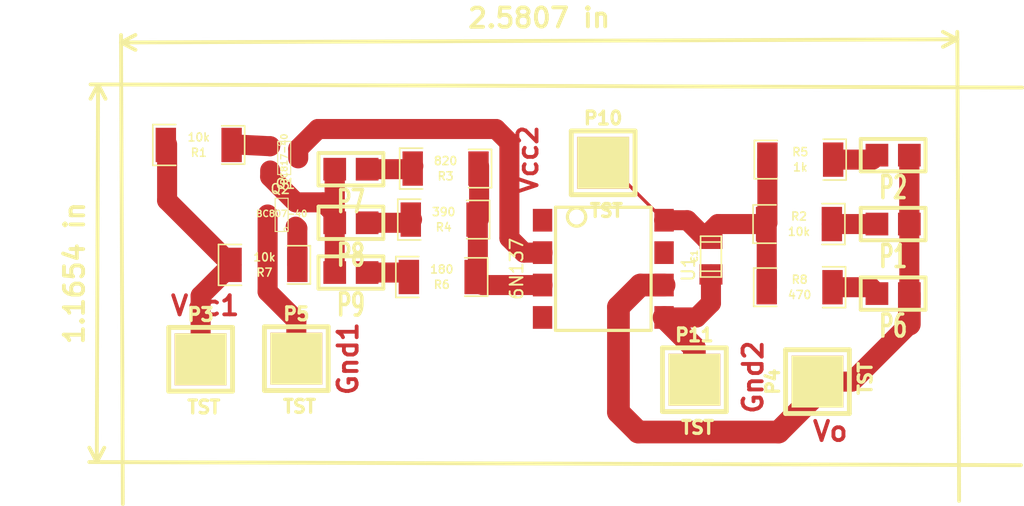
<source format=kicad_pcb>
(kicad_pcb (version 3) (host pcbnew "(2013-07-07 BZR 4022)-stable")

  (general
    (links 30)
    (no_connects 0)
    (area 17.922989 21.747566 89.150001 63.900001)
    (thickness 1.6)
    (drawings 7)
    (tracks 75)
    (zones 0)
    (modules 23)
    (nets 17)
  )

  (page A3)
  (layers
    (15 F.Cu signal)
    (0 B.Cu signal)
    (16 B.Adhes user)
    (17 F.Adhes user)
    (18 B.Paste user)
    (19 F.Paste user)
    (20 B.SilkS user)
    (21 F.SilkS user)
    (22 B.Mask user)
    (23 F.Mask user)
    (24 Dwgs.User user)
    (25 Cmts.User user)
    (26 Eco1.User user)
    (27 Eco2.User user)
    (28 Edge.Cuts user)
  )

  (setup
    (last_trace_width 0.254)
    (user_trace_width 1)
    (user_trace_width 1.57)
    (user_trace_width 1.78)
    (user_trace_width 2)
    (user_trace_width 3)
    (trace_clearance 0.254)
    (zone_clearance 0.508)
    (zone_45_only no)
    (trace_min 0.254)
    (segment_width 0.2)
    (edge_width 0.1)
    (via_size 0.889)
    (via_drill 0.635)
    (via_min_size 0.889)
    (via_min_drill 0.508)
    (uvia_size 0.508)
    (uvia_drill 0.127)
    (uvias_allowed no)
    (uvia_min_size 0.508)
    (uvia_min_drill 0.127)
    (pcb_text_width 0.3)
    (pcb_text_size 1.5 1.5)
    (mod_edge_width 0.25)
    (mod_text_size 1 1)
    (mod_text_width 0.15)
    (pad_size 1.78 1.78)
    (pad_drill 0)
    (pad_to_mask_clearance 0)
    (aux_axis_origin 0 0)
    (visible_elements 7FFFFFFF)
    (pcbplotparams
      (layerselection 3178497)
      (usegerberextensions true)
      (excludeedgelayer true)
      (linewidth 0.150000)
      (plotframeref false)
      (viasonmask false)
      (mode 1)
      (useauxorigin false)
      (hpglpennumber 1)
      (hpglpenspeed 20)
      (hpglpendiameter 15)
      (hpglpenoverlay 2)
      (psnegative false)
      (psa4output false)
      (plotreference true)
      (plotvalue true)
      (plotothertext true)
      (plotinvisibletext false)
      (padsonsilk false)
      (subtractmaskfromsilk false)
      (outputformat 1)
      (mirror false)
      (drillshape 1)
      (scaleselection 1)
      (outputdirectory ""))
  )

  (net 0 "")
  (net 1 /VO)
  (net 2 GND)
  (net 3 GNDPWR)
  (net 4 N-000001)
  (net 5 N-0000011)
  (net 6 N-0000012)
  (net 7 N-0000016)
  (net 8 N-0000017)
  (net 9 N-0000018)
  (net 10 N-000002)
  (net 11 N-000003)
  (net 12 N-000006)
  (net 13 N-000007)
  (net 14 N-000008)
  (net 15 VAA)
  (net 16 VCC)

  (net_class Default "This is the default net class."
    (clearance 0.254)
    (trace_width 0.254)
    (via_dia 0.889)
    (via_drill 0.635)
    (uvia_dia 0.508)
    (uvia_drill 0.127)
    (add_net "")
    (add_net /VO)
    (add_net GND)
    (add_net GNDPWR)
    (add_net N-000001)
    (add_net N-0000011)
    (add_net N-0000012)
    (add_net N-0000016)
    (add_net N-0000017)
    (add_net N-0000018)
    (add_net N-000002)
    (add_net N-000003)
    (add_net N-000006)
    (add_net N-000007)
    (add_net N-000008)
    (add_net VAA)
    (add_net VCC)
  )

  (net_class ancho ""
    (clearance 0.254)
    (trace_width 2)
    (via_dia 0.889)
    (via_drill 0.635)
    (uvia_dia 0.508)
    (uvia_drill 0.127)
  )

  (module SOT23 (layer F.Cu) (tedit 5051A6D7) (tstamp 53161E58)
    (at 34.35 35.4 270)
    (tags SOT23)
    (path /53155AE4)
    (fp_text reference Q1 (at 1.99898 -0.09906 360) (layer F.SilkS)
      (effects (font (size 0.762 0.762) (thickness 0.11938)))
    )
    (fp_text value BC817-40 (at 0.0635 0 270) (layer F.SilkS)
      (effects (font (size 0.50038 0.50038) (thickness 0.09906)))
    )
    (fp_circle (center -1.17602 0.35052) (end -1.30048 0.44958) (layer F.SilkS) (width 0.07874))
    (fp_line (start 1.27 -0.508) (end 1.27 0.508) (layer F.SilkS) (width 0.07874))
    (fp_line (start -1.3335 -0.508) (end -1.3335 0.508) (layer F.SilkS) (width 0.07874))
    (fp_line (start 1.27 0.508) (end -1.3335 0.508) (layer F.SilkS) (width 0.07874))
    (fp_line (start -1.3335 -0.508) (end 1.27 -0.508) (layer F.SilkS) (width 0.07874))
    (pad 3 smd rect (at 0 -1.09982 270) (size 0.8001 1.00076)
      (layers F.Cu F.Paste F.Mask)
      (net 15 VAA)
    )
    (pad 2 smd rect (at 0.9525 1.09982 270) (size 0.8001 1.00076)
      (layers F.Cu F.Paste F.Mask)
      (net 5 N-0000011)
    )
    (pad 1 smd rect (at -0.9525 1.09982 270) (size 0.8001 1.00076)
      (layers F.Cu F.Paste F.Mask)
      (net 11 N-000003)
    )
    (model smd\SOT23_3.wrl
      (at (xyz 0 0 0))
      (scale (xyz 0.4 0.4 0.4))
      (rotate (xyz 0 0 180))
    )
  )

  (module SOT23 (layer F.Cu) (tedit 53162179) (tstamp 53161E64)
    (at 34.15 39.8 90)
    (tags SOT23)
    (path /53155AF3)
    (fp_text reference Q2 (at 1.99898 -0.09906 180) (layer F.SilkS)
      (effects (font (size 0.762 0.762) (thickness 0.11938)))
    )
    (fp_text value BC807-40 (at 0.0635 0 180) (layer F.SilkS)
      (effects (font (size 0.50038 0.50038) (thickness 0.09906)))
    )
    (fp_circle (center -1.17602 0.35052) (end -1.30048 0.44958) (layer F.SilkS) (width 0.07874))
    (fp_line (start 1.27 -0.508) (end 1.27 0.508) (layer F.SilkS) (width 0.07874))
    (fp_line (start -1.3335 -0.508) (end -1.3335 0.508) (layer F.SilkS) (width 0.07874))
    (fp_line (start 1.27 0.508) (end -1.3335 0.508) (layer F.SilkS) (width 0.07874))
    (fp_line (start -1.3335 -0.508) (end 1.27 -0.508) (layer F.SilkS) (width 0.07874))
    (pad 3 smd rect (at 0 -1.09982 90) (size 0.8001 1.00076)
      (layers F.Cu F.Paste F.Mask)
      (net 3 GNDPWR)
    )
    (pad 2 smd rect (at 0.9525 1.09982 90) (size 0.8001 1.00076)
      (layers F.Cu F.Paste F.Mask)
      (net 5 N-0000011)
    )
    (pad 1 smd rect (at -0.9525 1.09982 90) (size 0.8001 1.00076)
      (layers F.Cu F.Paste F.Mask)
      (net 4 N-000001)
    )
    (model smd\SOT23_3.wrl
      (at (xyz 0 0 0))
      (scale (xyz 0.4 0.4 0.4))
      (rotate (xyz 0 0 180))
    )
  )

  (module c_1206 (layer F.Cu) (tedit 490473F0) (tstamp 53161F2F)
    (at 67.8 43.1 90)
    (descr "SMT capacitor, 1206")
    (path /5315FA58)
    (fp_text reference C1 (at 0.0254 -1.2954 90) (layer F.SilkS)
      (effects (font (size 0.50038 0.50038) (thickness 0.11938)))
    )
    (fp_text value 0.1u (at 0 1.27 90) (layer F.SilkS) hide
      (effects (font (size 0.50038 0.50038) (thickness 0.11938)))
    )
    (fp_line (start 1.143 0.8128) (end 1.143 -0.8128) (layer F.SilkS) (width 0.127))
    (fp_line (start -1.143 -0.8128) (end -1.143 0.8128) (layer F.SilkS) (width 0.127))
    (fp_line (start -1.6002 -0.8128) (end -1.6002 0.8128) (layer F.SilkS) (width 0.127))
    (fp_line (start -1.6002 0.8128) (end 1.6002 0.8128) (layer F.SilkS) (width 0.127))
    (fp_line (start 1.6002 0.8128) (end 1.6002 -0.8128) (layer F.SilkS) (width 0.127))
    (fp_line (start 1.6002 -0.8128) (end -1.6002 -0.8128) (layer F.SilkS) (width 0.127))
    (pad 1 smd rect (at 1.397 0 90) (size 1.6002 1.8034)
      (layers F.Cu F.Paste F.Mask)
      (net 16 VCC)
    )
    (pad 2 smd rect (at -1.397 0 90) (size 1.6002 1.8034)
      (layers F.Cu F.Paste F.Mask)
      (net 2 GND)
    )
    (model smd/capacitors/c_1206.wrl
      (at (xyz 0 0 0))
      (scale (xyz 1 1 1))
      (rotate (xyz 0 0 0))
    )
  )

  (module 6N137 (layer F.Cu) (tedit 5315F46D) (tstamp 53161F40)
    (at 54.6 40.25 270)
    (path /53155AC1)
    (fp_text reference U1 (at 3.81 -11.43 270) (layer F.SilkS)
      (effects (font (size 1 1) (thickness 0.15)))
    )
    (fp_text value 6N137 (at 3.81 2.032 270) (layer F.SilkS)
      (effects (font (size 1 1) (thickness 0.15)))
    )
    (fp_circle (center -0.254 -2.667) (end 0.254 -2.159) (layer F.SilkS) (width 0.25))
    (fp_line (start 8.636 -8.509) (end 8.636 -1.016) (layer F.SilkS) (width 0.25))
    (fp_line (start -1.016 -8.509) (end -1.016 -1.016) (layer F.SilkS) (width 0.25))
    (fp_line (start -1.016 -8.509) (end 8.636 -8.509) (layer F.SilkS) (width 0.25))
    (fp_line (start 8.636 -1.016) (end -1.016 -1.016) (layer F.SilkS) (width 0.25))
    (pad 1 smd rect (at 0 0 270) (size 1.78 1.52)
      (layers F.Cu F.Paste F.Mask)
    )
    (pad 2 smd rect (at 2.54 0 270) (size 1.78 1.52)
      (layers F.Cu F.Paste F.Mask)
      (net 15 VAA)
    )
    (pad 3 smd rect (at 5.08 0 270) (size 1.78 1.52)
      (layers F.Cu F.Paste F.Mask)
      (net 9 N-0000018)
    )
    (pad 4 smd rect (at 7.62 0 270) (size 1.78 1.52)
      (layers F.Cu F.Paste F.Mask)
    )
    (pad 5 smd rect (at 7.62 -9.525 270) (size 1.78 1.52)
      (layers F.Cu F.Paste F.Mask)
      (net 2 GND)
    )
    (pad 6 smd rect (at 5.08 -9.525 270) (size 1.78 1.52)
      (layers F.Cu F.Paste F.Mask)
      (net 1 /VO)
    )
    (pad 7 smd rect (at 2.54 -9.525 270) (size 1.78 1.52)
      (layers F.Cu F.Paste F.Mask)
    )
    (pad 8 smd rect (at 0 -9.525 270) (size 1.78 1.52)
      (layers F.Cu F.Paste F.Mask)
      (net 16 VCC)
    )
  )

  (module 2pin_SMD (layer F.Cu) (tedit 53162D86) (tstamp 53168ADC)
    (at 40.85 36.25 180)
    (descr "Connecteurs 2 pins")
    (tags "CONN DEV")
    (path /53155B6A)
    (fp_text reference P7 (at 1.27 -2.54 180) (layer F.SilkS)
      (effects (font (size 1.72974 1.08712) (thickness 0.27178)))
    )
    (fp_text value CONN_2 (at 1.27 2.54 180) (layer F.SilkS) hide
      (effects (font (size 1.524 1.016) (thickness 0.3048)))
    )
    (fp_line (start -1.27 1.27) (end -1.27 -1.27) (layer F.SilkS) (width 0.3048))
    (fp_line (start -1.27 -1.27) (end 3.81 -1.27) (layer F.SilkS) (width 0.3048))
    (fp_line (start 3.81 -1.27) (end 3.81 1.27) (layer F.SilkS) (width 0.3048))
    (fp_line (start 3.81 1.27) (end -1.27 1.27) (layer F.SilkS) (width 0.3048))
    (pad 1 smd rect (at 0 0 180) (size 1.78 1.78)
      (layers F.Cu F.Paste F.Mask)
      (net 7 N-0000016)
    )
    (pad 2 smd rect (at 2.54 0 180) (size 1.78 1.78)
      (layers F.Cu F.Paste F.Mask)
      (net 5 N-0000011)
    )
  )

  (module 2pin_SMD (layer F.Cu) (tedit 53162D86) (tstamp 53168AE6)
    (at 40.85 40.45 180)
    (descr "Connecteurs 2 pins")
    (tags "CONN DEV")
    (path /53155B81)
    (fp_text reference P8 (at 1.27 -2.54 180) (layer F.SilkS)
      (effects (font (size 1.72974 1.08712) (thickness 0.27178)))
    )
    (fp_text value CONN_2 (at 1.27 2.54 180) (layer F.SilkS) hide
      (effects (font (size 1.524 1.016) (thickness 0.3048)))
    )
    (fp_line (start -1.27 1.27) (end -1.27 -1.27) (layer F.SilkS) (width 0.3048))
    (fp_line (start -1.27 -1.27) (end 3.81 -1.27) (layer F.SilkS) (width 0.3048))
    (fp_line (start 3.81 -1.27) (end 3.81 1.27) (layer F.SilkS) (width 0.3048))
    (fp_line (start 3.81 1.27) (end -1.27 1.27) (layer F.SilkS) (width 0.3048))
    (pad 1 smd rect (at 0 0 180) (size 1.78 1.78)
      (layers F.Cu F.Paste F.Mask)
      (net 6 N-0000012)
    )
    (pad 2 smd rect (at 2.54 0 180) (size 1.78 1.78)
      (layers F.Cu F.Paste F.Mask)
      (net 5 N-0000011)
    )
  )

  (module 2pin_SMD (layer F.Cu) (tedit 53162D86) (tstamp 53168AF0)
    (at 40.85 44.35 180)
    (descr "Connecteurs 2 pins")
    (tags "CONN DEV")
    (path /53155B87)
    (fp_text reference P9 (at 1.27 -2.54 180) (layer F.SilkS)
      (effects (font (size 1.72974 1.08712) (thickness 0.27178)))
    )
    (fp_text value CONN_2 (at 1.27 2.54 180) (layer F.SilkS) hide
      (effects (font (size 1.524 1.016) (thickness 0.3048)))
    )
    (fp_line (start -1.27 1.27) (end -1.27 -1.27) (layer F.SilkS) (width 0.3048))
    (fp_line (start -1.27 -1.27) (end 3.81 -1.27) (layer F.SilkS) (width 0.3048))
    (fp_line (start 3.81 -1.27) (end 3.81 1.27) (layer F.SilkS) (width 0.3048))
    (fp_line (start 3.81 1.27) (end -1.27 1.27) (layer F.SilkS) (width 0.3048))
    (pad 1 smd rect (at 0 0 180) (size 1.78 1.78)
      (layers F.Cu F.Paste F.Mask)
      (net 8 N-0000017)
    )
    (pad 2 smd rect (at 2.54 0 180) (size 1.78 1.78)
      (layers F.Cu F.Paste F.Mask)
      (net 5 N-0000011)
    )
  )

  (module 2pin_SMD (layer F.Cu) (tedit 53162D86) (tstamp 53168AFA)
    (at 83.35 40.55 180)
    (descr "Connecteurs 2 pins")
    (tags "CONN DEV")
    (path /53155DFF)
    (fp_text reference P1 (at 1.27 -2.54 180) (layer F.SilkS)
      (effects (font (size 1.72974 1.08712) (thickness 0.27178)))
    )
    (fp_text value CONN_2 (at 1.27 2.54 180) (layer F.SilkS) hide
      (effects (font (size 1.524 1.016) (thickness 0.3048)))
    )
    (fp_line (start -1.27 1.27) (end -1.27 -1.27) (layer F.SilkS) (width 0.3048))
    (fp_line (start -1.27 -1.27) (end 3.81 -1.27) (layer F.SilkS) (width 0.3048))
    (fp_line (start 3.81 -1.27) (end 3.81 1.27) (layer F.SilkS) (width 0.3048))
    (fp_line (start 3.81 1.27) (end -1.27 1.27) (layer F.SilkS) (width 0.3048))
    (pad 1 smd rect (at 0 0 180) (size 1.78 1.78)
      (layers F.Cu F.Paste F.Mask)
      (net 1 /VO)
    )
    (pad 2 smd rect (at 2.54 0 180) (size 1.78 1.78)
      (layers F.Cu F.Paste F.Mask)
      (net 14 N-000008)
    )
  )

  (module 2pin_SMD (layer F.Cu) (tedit 53162D86) (tstamp 53168B04)
    (at 83.35 35.15 180)
    (descr "Connecteurs 2 pins")
    (tags "CONN DEV")
    (path /53155E05)
    (fp_text reference P2 (at 1.27 -2.54 180) (layer F.SilkS)
      (effects (font (size 1.72974 1.08712) (thickness 0.27178)))
    )
    (fp_text value CONN_2 (at 1.27 2.54 180) (layer F.SilkS) hide
      (effects (font (size 1.524 1.016) (thickness 0.3048)))
    )
    (fp_line (start -1.27 1.27) (end -1.27 -1.27) (layer F.SilkS) (width 0.3048))
    (fp_line (start -1.27 -1.27) (end 3.81 -1.27) (layer F.SilkS) (width 0.3048))
    (fp_line (start 3.81 -1.27) (end 3.81 1.27) (layer F.SilkS) (width 0.3048))
    (fp_line (start 3.81 1.27) (end -1.27 1.27) (layer F.SilkS) (width 0.3048))
    (pad 1 smd rect (at 0 0 180) (size 1.78 1.78)
      (layers F.Cu F.Paste F.Mask)
      (net 1 /VO)
    )
    (pad 2 smd rect (at 2.54 0 180) (size 1.78 1.78)
      (layers F.Cu F.Paste F.Mask)
      (net 13 N-000007)
    )
  )

  (module 2pin_SMD (layer F.Cu) (tedit 53162D86) (tstamp 53168B0E)
    (at 83.35 46 180)
    (descr "Connecteurs 2 pins")
    (tags "CONN DEV")
    (path /53155E0B)
    (fp_text reference P6 (at 1.27 -2.54 180) (layer F.SilkS)
      (effects (font (size 1.72974 1.08712) (thickness 0.27178)))
    )
    (fp_text value CONN_2 (at 1.27 2.54 180) (layer F.SilkS) hide
      (effects (font (size 1.524 1.016) (thickness 0.3048)))
    )
    (fp_line (start -1.27 1.27) (end -1.27 -1.27) (layer F.SilkS) (width 0.3048))
    (fp_line (start -1.27 -1.27) (end 3.81 -1.27) (layer F.SilkS) (width 0.3048))
    (fp_line (start 3.81 -1.27) (end 3.81 1.27) (layer F.SilkS) (width 0.3048))
    (fp_line (start 3.81 1.27) (end -1.27 1.27) (layer F.SilkS) (width 0.3048))
    (pad 1 smd rect (at 0 0 180) (size 1.78 1.78)
      (layers F.Cu F.Paste F.Mask)
      (net 1 /VO)
    )
    (pad 2 smd rect (at 2.54 0 180) (size 1.78 1.78)
      (layers F.Cu F.Paste F.Mask)
      (net 12 N-000006)
    )
  )

  (module 1PIN_SMD (layer F.Cu) (tedit 4F3E5BF2) (tstamp 53168B17)
    (at 27.8 51.15)
    (descr "module 1 pin (ou trou mecanique de percage)")
    (tags DEV)
    (path /5315674F)
    (fp_text reference P3 (at 0 -3.50012) (layer F.SilkS)
      (effects (font (size 1.016 1.016) (thickness 0.254)))
    )
    (fp_text value TST (at 0.24892 3.74904) (layer F.SilkS)
      (effects (font (size 1.016 1.016) (thickness 0.254)))
    )
    (fp_line (start -2.49936 -2.49936) (end 2.49936 -2.49936) (layer F.SilkS) (width 0.381))
    (fp_line (start 2.49936 -2.49936) (end 2.49936 2.49936) (layer F.SilkS) (width 0.381))
    (fp_line (start 2.49936 2.49936) (end -2.49936 2.49936) (layer F.SilkS) (width 0.381))
    (fp_line (start -2.49936 2.49936) (end -2.49936 -2.49936) (layer F.SilkS) (width 0.381))
    (pad 1 smd rect (at 0 0) (size 4.064 4.064)
      (layers F.Cu F.Paste F.SilkS F.Mask)
      (net 10 N-000002)
    )
  )

  (module 1PIN_SMD (layer F.Cu) (tedit 4F3E5BF2) (tstamp 53168B20)
    (at 35.3 51.1)
    (descr "module 1 pin (ou trou mecanique de percage)")
    (tags DEV)
    (path /5315675C)
    (fp_text reference P5 (at 0 -3.50012) (layer F.SilkS)
      (effects (font (size 1.016 1.016) (thickness 0.254)))
    )
    (fp_text value TST (at 0.24892 3.74904) (layer F.SilkS)
      (effects (font (size 1.016 1.016) (thickness 0.254)))
    )
    (fp_line (start -2.49936 -2.49936) (end 2.49936 -2.49936) (layer F.SilkS) (width 0.381))
    (fp_line (start 2.49936 -2.49936) (end 2.49936 2.49936) (layer F.SilkS) (width 0.381))
    (fp_line (start 2.49936 2.49936) (end -2.49936 2.49936) (layer F.SilkS) (width 0.381))
    (fp_line (start -2.49936 2.49936) (end -2.49936 -2.49936) (layer F.SilkS) (width 0.381))
    (pad 1 smd rect (at 0 0) (size 4.064 4.064)
      (layers F.Cu F.Paste F.SilkS F.Mask)
      (net 3 GNDPWR)
    )
  )

  (module 1PIN_SMD (layer F.Cu) (tedit 4F3E5BF2) (tstamp 53168B29)
    (at 76.15 52.9 90)
    (descr "module 1 pin (ou trou mecanique de percage)")
    (tags DEV)
    (path /5315FC27)
    (fp_text reference P4 (at 0 -3.50012 90) (layer F.SilkS)
      (effects (font (size 1.016 1.016) (thickness 0.254)))
    )
    (fp_text value TST (at 0.24892 3.74904 90) (layer F.SilkS)
      (effects (font (size 1.016 1.016) (thickness 0.254)))
    )
    (fp_line (start -2.49936 -2.49936) (end 2.49936 -2.49936) (layer F.SilkS) (width 0.381))
    (fp_line (start 2.49936 -2.49936) (end 2.49936 2.49936) (layer F.SilkS) (width 0.381))
    (fp_line (start 2.49936 2.49936) (end -2.49936 2.49936) (layer F.SilkS) (width 0.381))
    (fp_line (start -2.49936 2.49936) (end -2.49936 -2.49936) (layer F.SilkS) (width 0.381))
    (pad 1 smd rect (at 0 0 90) (size 4.064 4.064)
      (layers F.Cu F.Paste F.SilkS F.Mask)
      (net 1 /VO)
    )
  )

  (module 1PIN_SMD (layer F.Cu) (tedit 4F3E5BF2) (tstamp 53168C4E)
    (at 66.5 52.75)
    (descr "module 1 pin (ou trou mecanique de percage)")
    (tags DEV)
    (path /531631CE)
    (fp_text reference P11 (at 0 -3.50012) (layer F.SilkS)
      (effects (font (size 1.016 1.016) (thickness 0.254)))
    )
    (fp_text value TST (at 0.24892 3.74904) (layer F.SilkS)
      (effects (font (size 1.016 1.016) (thickness 0.254)))
    )
    (fp_line (start -2.49936 -2.49936) (end 2.49936 -2.49936) (layer F.SilkS) (width 0.381))
    (fp_line (start 2.49936 -2.49936) (end 2.49936 2.49936) (layer F.SilkS) (width 0.381))
    (fp_line (start 2.49936 2.49936) (end -2.49936 2.49936) (layer F.SilkS) (width 0.381))
    (fp_line (start -2.49936 2.49936) (end -2.49936 -2.49936) (layer F.SilkS) (width 0.381))
    (pad 1 smd rect (at 0 0) (size 4.064 4.064)
      (layers F.Cu F.Paste F.SilkS F.Mask)
      (net 2 GND)
    )
  )

  (module 1PIN_SMD (layer F.Cu) (tedit 4F3E5BF2) (tstamp 53168C57)
    (at 59.35 35.75)
    (descr "module 1 pin (ou trou mecanique de percage)")
    (tags DEV)
    (path /5316322C)
    (fp_text reference P10 (at 0 -3.50012) (layer F.SilkS)
      (effects (font (size 1.016 1.016) (thickness 0.254)))
    )
    (fp_text value TST (at 0.24892 3.74904) (layer F.SilkS)
      (effects (font (size 1.016 1.016) (thickness 0.254)))
    )
    (fp_line (start -2.49936 -2.49936) (end 2.49936 -2.49936) (layer F.SilkS) (width 0.381))
    (fp_line (start 2.49936 -2.49936) (end 2.49936 2.49936) (layer F.SilkS) (width 0.381))
    (fp_line (start 2.49936 2.49936) (end -2.49936 2.49936) (layer F.SilkS) (width 0.381))
    (fp_line (start -2.49936 2.49936) (end -2.49936 -2.49936) (layer F.SilkS) (width 0.381))
    (pad 1 smd rect (at 0 0) (size 4.064 4.064)
      (layers F.Cu F.Paste F.SilkS F.Mask)
      (net 16 VCC)
    )
  )

  (module r_2010 (layer F.Cu) (tedit 4E57AD50) (tstamp 531768B6)
    (at 47 36.2 180)
    (descr "SMT resistor, 2010")
    (path /53155B2C)
    (fp_text reference R3 (at 0 -0.59944 180) (layer F.SilkS)
      (effects (font (size 0.635 0.635) (thickness 0.11938)))
    )
    (fp_text value 820 (at 0 0.59944 180) (layer F.SilkS)
      (effects (font (size 0.635 0.635) (thickness 0.11938)))
    )
    (fp_line (start 1.80086 -1.6002) (end 3.59918 -1.6002) (layer F.SilkS) (width 0.127))
    (fp_line (start 3.59918 -1.6002) (end 3.59918 1.6002) (layer F.SilkS) (width 0.127))
    (fp_line (start 3.59918 1.6002) (end 1.80086 1.6002) (layer F.SilkS) (width 0.127))
    (fp_line (start -1.80086 -1.50114) (end -3.59918 -1.50114) (layer F.SilkS) (width 0.127))
    (fp_line (start -3.59918 -1.50114) (end -3.59918 1.50114) (layer F.SilkS) (width 0.127))
    (fp_line (start -3.59918 1.50114) (end -1.80086 1.50114) (layer F.SilkS) (width 0.127))
    (pad 1 smd rect (at 2.5781 0 180) (size 1.6002 2.6924)
      (layers F.Cu F.Paste F.Mask)
      (net 7 N-0000016)
    )
    (pad 2 smd rect (at -2.5781 0 180) (size 1.6002 2.6924)
      (layers F.Cu F.Paste F.Mask)
      (net 9 N-0000018)
    )
    (model smd/resistors/r_2010.wrl
      (at (xyz 0 0 0))
      (scale (xyz 1 1 1))
      (rotate (xyz 0 0 0))
    )
  )

  (module r_2010 (layer F.Cu) (tedit 4E57AD50) (tstamp 531768C2)
    (at 46.85 40.2 180)
    (descr "SMT resistor, 2010")
    (path /53155B5C)
    (fp_text reference R4 (at 0 -0.59944 180) (layer F.SilkS)
      (effects (font (size 0.635 0.635) (thickness 0.11938)))
    )
    (fp_text value 390 (at 0 0.59944 180) (layer F.SilkS)
      (effects (font (size 0.635 0.635) (thickness 0.11938)))
    )
    (fp_line (start 1.80086 -1.6002) (end 3.59918 -1.6002) (layer F.SilkS) (width 0.127))
    (fp_line (start 3.59918 -1.6002) (end 3.59918 1.6002) (layer F.SilkS) (width 0.127))
    (fp_line (start 3.59918 1.6002) (end 1.80086 1.6002) (layer F.SilkS) (width 0.127))
    (fp_line (start -1.80086 -1.50114) (end -3.59918 -1.50114) (layer F.SilkS) (width 0.127))
    (fp_line (start -3.59918 -1.50114) (end -3.59918 1.50114) (layer F.SilkS) (width 0.127))
    (fp_line (start -3.59918 1.50114) (end -1.80086 1.50114) (layer F.SilkS) (width 0.127))
    (pad 1 smd rect (at 2.5781 0 180) (size 1.6002 2.6924)
      (layers F.Cu F.Paste F.Mask)
      (net 6 N-0000012)
    )
    (pad 2 smd rect (at -2.5781 0 180) (size 1.6002 2.6924)
      (layers F.Cu F.Paste F.Mask)
      (net 9 N-0000018)
    )
    (model smd/resistors/r_2010.wrl
      (at (xyz 0 0 0))
      (scale (xyz 1 1 1))
      (rotate (xyz 0 0 0))
    )
  )

  (module r_2010 (layer F.Cu) (tedit 4E57AD50) (tstamp 531768CE)
    (at 46.7 44.7 180)
    (descr "SMT resistor, 2010")
    (path /53155B62)
    (fp_text reference R6 (at 0 -0.59944 180) (layer F.SilkS)
      (effects (font (size 0.635 0.635) (thickness 0.11938)))
    )
    (fp_text value 180 (at 0 0.59944 180) (layer F.SilkS)
      (effects (font (size 0.635 0.635) (thickness 0.11938)))
    )
    (fp_line (start 1.80086 -1.6002) (end 3.59918 -1.6002) (layer F.SilkS) (width 0.127))
    (fp_line (start 3.59918 -1.6002) (end 3.59918 1.6002) (layer F.SilkS) (width 0.127))
    (fp_line (start 3.59918 1.6002) (end 1.80086 1.6002) (layer F.SilkS) (width 0.127))
    (fp_line (start -1.80086 -1.50114) (end -3.59918 -1.50114) (layer F.SilkS) (width 0.127))
    (fp_line (start -3.59918 -1.50114) (end -3.59918 1.50114) (layer F.SilkS) (width 0.127))
    (fp_line (start -3.59918 1.50114) (end -1.80086 1.50114) (layer F.SilkS) (width 0.127))
    (pad 1 smd rect (at 2.5781 0 180) (size 1.6002 2.6924)
      (layers F.Cu F.Paste F.Mask)
      (net 8 N-0000017)
    )
    (pad 2 smd rect (at -2.5781 0 180) (size 1.6002 2.6924)
      (layers F.Cu F.Paste F.Mask)
      (net 9 N-0000018)
    )
    (model smd/resistors/r_2010.wrl
      (at (xyz 0 0 0))
      (scale (xyz 1 1 1))
      (rotate (xyz 0 0 0))
    )
  )

  (module r_2010 (layer F.Cu) (tedit 4E57AD50) (tstamp 531768DA)
    (at 74.7 40.55)
    (descr "SMT resistor, 2010")
    (path /53155F29)
    (fp_text reference R2 (at 0 -0.59944) (layer F.SilkS)
      (effects (font (size 0.635 0.635) (thickness 0.11938)))
    )
    (fp_text value 10k (at 0 0.59944) (layer F.SilkS)
      (effects (font (size 0.635 0.635) (thickness 0.11938)))
    )
    (fp_line (start 1.80086 -1.6002) (end 3.59918 -1.6002) (layer F.SilkS) (width 0.127))
    (fp_line (start 3.59918 -1.6002) (end 3.59918 1.6002) (layer F.SilkS) (width 0.127))
    (fp_line (start 3.59918 1.6002) (end 1.80086 1.6002) (layer F.SilkS) (width 0.127))
    (fp_line (start -1.80086 -1.50114) (end -3.59918 -1.50114) (layer F.SilkS) (width 0.127))
    (fp_line (start -3.59918 -1.50114) (end -3.59918 1.50114) (layer F.SilkS) (width 0.127))
    (fp_line (start -3.59918 1.50114) (end -1.80086 1.50114) (layer F.SilkS) (width 0.127))
    (pad 1 smd rect (at 2.5781 0) (size 1.6002 2.6924)
      (layers F.Cu F.Paste F.Mask)
      (net 14 N-000008)
    )
    (pad 2 smd rect (at -2.5781 0) (size 1.6002 2.6924)
      (layers F.Cu F.Paste F.Mask)
      (net 16 VCC)
    )
    (model smd/resistors/r_2010.wrl
      (at (xyz 0 0 0))
      (scale (xyz 1 1 1))
      (rotate (xyz 0 0 0))
    )
  )

  (module r_2010 (layer F.Cu) (tedit 4E57AD50) (tstamp 531768E6)
    (at 74.8 35.5)
    (descr "SMT resistor, 2010")
    (path /53155F36)
    (fp_text reference R5 (at 0 -0.59944) (layer F.SilkS)
      (effects (font (size 0.635 0.635) (thickness 0.11938)))
    )
    (fp_text value 1k (at 0 0.59944) (layer F.SilkS)
      (effects (font (size 0.635 0.635) (thickness 0.11938)))
    )
    (fp_line (start 1.80086 -1.6002) (end 3.59918 -1.6002) (layer F.SilkS) (width 0.127))
    (fp_line (start 3.59918 -1.6002) (end 3.59918 1.6002) (layer F.SilkS) (width 0.127))
    (fp_line (start 3.59918 1.6002) (end 1.80086 1.6002) (layer F.SilkS) (width 0.127))
    (fp_line (start -1.80086 -1.50114) (end -3.59918 -1.50114) (layer F.SilkS) (width 0.127))
    (fp_line (start -3.59918 -1.50114) (end -3.59918 1.50114) (layer F.SilkS) (width 0.127))
    (fp_line (start -3.59918 1.50114) (end -1.80086 1.50114) (layer F.SilkS) (width 0.127))
    (pad 1 smd rect (at 2.5781 0) (size 1.6002 2.6924)
      (layers F.Cu F.Paste F.Mask)
      (net 13 N-000007)
    )
    (pad 2 smd rect (at -2.5781 0) (size 1.6002 2.6924)
      (layers F.Cu F.Paste F.Mask)
      (net 16 VCC)
    )
    (model smd/resistors/r_2010.wrl
      (at (xyz 0 0 0))
      (scale (xyz 1 1 1))
      (rotate (xyz 0 0 0))
    )
  )

  (module r_2010 (layer F.Cu) (tedit 4E57AD50) (tstamp 531768F2)
    (at 74.75 45.5)
    (descr "SMT resistor, 2010")
    (path /53155F3C)
    (fp_text reference R8 (at 0 -0.59944) (layer F.SilkS)
      (effects (font (size 0.635 0.635) (thickness 0.11938)))
    )
    (fp_text value 470 (at 0 0.59944) (layer F.SilkS)
      (effects (font (size 0.635 0.635) (thickness 0.11938)))
    )
    (fp_line (start 1.80086 -1.6002) (end 3.59918 -1.6002) (layer F.SilkS) (width 0.127))
    (fp_line (start 3.59918 -1.6002) (end 3.59918 1.6002) (layer F.SilkS) (width 0.127))
    (fp_line (start 3.59918 1.6002) (end 1.80086 1.6002) (layer F.SilkS) (width 0.127))
    (fp_line (start -1.80086 -1.50114) (end -3.59918 -1.50114) (layer F.SilkS) (width 0.127))
    (fp_line (start -3.59918 -1.50114) (end -3.59918 1.50114) (layer F.SilkS) (width 0.127))
    (fp_line (start -3.59918 1.50114) (end -1.80086 1.50114) (layer F.SilkS) (width 0.127))
    (pad 1 smd rect (at 2.5781 0) (size 1.6002 2.6924)
      (layers F.Cu F.Paste F.Mask)
      (net 12 N-000006)
    )
    (pad 2 smd rect (at -2.5781 0) (size 1.6002 2.6924)
      (layers F.Cu F.Paste F.Mask)
      (net 16 VCC)
    )
    (model smd/resistors/r_2010.wrl
      (at (xyz 0 0 0))
      (scale (xyz 1 1 1))
      (rotate (xyz 0 0 0))
    )
  )

  (module r_2010 (layer F.Cu) (tedit 4E57AD50) (tstamp 531768FE)
    (at 27.65 34.35 180)
    (descr "SMT resistor, 2010")
    (path /5315664F)
    (fp_text reference R1 (at 0 -0.59944 180) (layer F.SilkS)
      (effects (font (size 0.635 0.635) (thickness 0.11938)))
    )
    (fp_text value 10k (at 0 0.59944 180) (layer F.SilkS)
      (effects (font (size 0.635 0.635) (thickness 0.11938)))
    )
    (fp_line (start 1.80086 -1.6002) (end 3.59918 -1.6002) (layer F.SilkS) (width 0.127))
    (fp_line (start 3.59918 -1.6002) (end 3.59918 1.6002) (layer F.SilkS) (width 0.127))
    (fp_line (start 3.59918 1.6002) (end 1.80086 1.6002) (layer F.SilkS) (width 0.127))
    (fp_line (start -1.80086 -1.50114) (end -3.59918 -1.50114) (layer F.SilkS) (width 0.127))
    (fp_line (start -3.59918 -1.50114) (end -3.59918 1.50114) (layer F.SilkS) (width 0.127))
    (fp_line (start -3.59918 1.50114) (end -1.80086 1.50114) (layer F.SilkS) (width 0.127))
    (pad 1 smd rect (at 2.5781 0 180) (size 1.6002 2.6924)
      (layers F.Cu F.Paste F.Mask)
      (net 10 N-000002)
    )
    (pad 2 smd rect (at -2.5781 0 180) (size 1.6002 2.6924)
      (layers F.Cu F.Paste F.Mask)
      (net 11 N-000003)
    )
    (model smd/resistors/r_2010.wrl
      (at (xyz 0 0 0))
      (scale (xyz 1 1 1))
      (rotate (xyz 0 0 0))
    )
  )

  (module r_2010 (layer F.Cu) (tedit 4E57AD50) (tstamp 5317690A)
    (at 32.8 43.75 180)
    (descr "SMT resistor, 2010")
    (path /5315665C)
    (fp_text reference R7 (at 0 -0.59944 180) (layer F.SilkS)
      (effects (font (size 0.635 0.635) (thickness 0.11938)))
    )
    (fp_text value 10k (at 0 0.59944 180) (layer F.SilkS)
      (effects (font (size 0.635 0.635) (thickness 0.11938)))
    )
    (fp_line (start 1.80086 -1.6002) (end 3.59918 -1.6002) (layer F.SilkS) (width 0.127))
    (fp_line (start 3.59918 -1.6002) (end 3.59918 1.6002) (layer F.SilkS) (width 0.127))
    (fp_line (start 3.59918 1.6002) (end 1.80086 1.6002) (layer F.SilkS) (width 0.127))
    (fp_line (start -1.80086 -1.50114) (end -3.59918 -1.50114) (layer F.SilkS) (width 0.127))
    (fp_line (start -3.59918 -1.50114) (end -3.59918 1.50114) (layer F.SilkS) (width 0.127))
    (fp_line (start -3.59918 1.50114) (end -1.80086 1.50114) (layer F.SilkS) (width 0.127))
    (pad 1 smd rect (at 2.5781 0 180) (size 1.6002 2.6924)
      (layers F.Cu F.Paste F.Mask)
      (net 10 N-000002)
    )
    (pad 2 smd rect (at -2.5781 0 180) (size 1.6002 2.6924)
      (layers F.Cu F.Paste F.Mask)
      (net 4 N-000001)
    )
    (model smd/resistors/r_2010.wrl
      (at (xyz 0 0 0))
      (scale (xyz 1 1 1))
      (rotate (xyz 0 0 0))
    )
  )

  (dimension 65.550477 (width 0.3) (layer F.SilkS)
    (gr_text 65,550mm (at 54.331855 24.841938 0.2185183132) (layer F.SilkS)
      (effects (font (size 1.5 1.5) (thickness 0.3)))
    )
    (feature1 (pts (xy 87.25 62.25) (xy 87.101707 23.366948)))
    (feature2 (pts (xy 21.7 62.5) (xy 21.551707 23.616948)))
    (crossbar (pts (xy 21.562004 26.316928) (xy 87.112004 26.066928)))
    (arrow1a (pts (xy 87.112004 26.066928) (xy 85.987745 26.65764)))
    (arrow1b (pts (xy 87.112004 26.066928) (xy 85.983272 25.484808)))
    (arrow2a (pts (xy 21.562004 26.316928) (xy 22.690736 26.899048)))
    (arrow2b (pts (xy 21.562004 26.316928) (xy 22.686263 25.726216)))
  )
  (dimension 29.600169 (width 0.3) (layer F.SilkS)
    (gr_text 29,600mm (at 18.35911 44.400699 89.80643391) (layer F.SilkS)
      (effects (font (size 1.5 1.5) (thickness 0.3)))
    )
    (feature1 (pts (xy 92.1 59.45) (xy 16.959118 59.196139)))
    (feature2 (pts (xy 92.2 29.85) (xy 17.059118 29.596139)))
    (crossbar (pts (xy 19.759102 29.60526) (xy 19.659102 59.20526)))
    (arrow1a (pts (xy 19.659102 59.20526) (xy 19.076491 58.076782)))
    (arrow1b (pts (xy 19.659102 59.20526) (xy 20.249325 58.080744)))
    (arrow2a (pts (xy 19.759102 29.60526) (xy 19.168879 30.729776)))
    (arrow2b (pts (xy 19.759102 29.60526) (xy 20.341713 30.733738)))
  )
  (gr_text "Gnd1\n" (at 39.35 51.1 90) (layer F.Cu)
    (effects (font (size 1.5 1.5) (thickness 0.3)))
  )
  (gr_text Vcc1 (at 28.15 46.95) (layer F.Cu)
    (effects (font (size 1.5 1.5) (thickness 0.3)))
  )
  (gr_text Gnd2 (at 71.1 52.55 90) (layer F.Cu)
    (effects (font (size 1.5 1.5) (thickness 0.3)))
  )
  (gr_text "Vo\n" (at 77.15 56.8) (layer F.Cu)
    (effects (font (size 1.5 1.5) (thickness 0.3)))
  )
  (gr_text Vcc2 (at 53.45 35.5 90) (layer F.Cu)
    (effects (font (size 1.5 1.5) (thickness 0.3)))
  )

  (segment (start 76.15 52.9) (end 78.85 52.9) (width 1.57) (layer F.Cu) (net 1))
  (segment (start 78.85 52.9) (end 83.35 48.4) (width 1.57) (layer F.Cu) (net 1) (tstamp 53176A9A))
  (segment (start 76.15 52.9) (end 76.35 52.9) (width 1.57) (layer F.Cu) (net 1))
  (segment (start 79.1 52.65) (end 83.35 48.4) (width 1.57) (layer F.Cu) (net 1) (tstamp 5317690C))
  (segment (start 83.35 48.4) (end 83.35 46) (width 1.78) (layer F.Cu) (net 1) (tstamp 5317690F))
  (segment (start 76.15 52.9) (end 76.15 53.8) (width 1.78) (layer F.Cu) (net 1))
  (segment (start 62.27 45.33) (end 64.125 45.33) (width 1.78) (layer F.Cu) (net 1) (tstamp 53168C83))
  (segment (start 60.55 47.05) (end 62.27 45.33) (width 1.78) (layer F.Cu) (net 1) (tstamp 53168C82))
  (segment (start 60.55 55.3) (end 60.55 47.05) (width 1.78) (layer F.Cu) (net 1) (tstamp 53168C81))
  (segment (start 62.1 56.85) (end 60.55 55.3) (width 1.78) (layer F.Cu) (net 1) (tstamp 53168C80))
  (segment (start 73.1 56.85) (end 62.1 56.85) (width 1.78) (layer F.Cu) (net 1) (tstamp 53168C7F))
  (segment (start 76.15 53.8) (end 73.1 56.85) (width 1.78) (layer F.Cu) (net 1) (tstamp 53168C7E))
  (segment (start 83.35 35.15) (end 83.35 40.55) (width 1.57) (layer F.Cu) (net 1))
  (segment (start 83.35 35.15) (end 83.35 46) (width 1.57) (layer F.Cu) (net 1))
  (segment (start 66.5 52.75) (end 66.5 50.245) (width 1.78) (layer F.Cu) (net 2))
  (segment (start 66.5 50.245) (end 64.125 47.87) (width 1.78) (layer F.Cu) (net 2) (tstamp 53168C87))
  (segment (start 64.125 47.87) (end 66.68 47.87) (width 1.57) (layer F.Cu) (net 2))
  (segment (start 67.8 46.75) (end 67.8 44.497) (width 1.57) (layer F.Cu) (net 2) (tstamp 53168BCE))
  (segment (start 66.68 47.87) (end 67.8 46.75) (width 1.57) (layer F.Cu) (net 2) (tstamp 53168BCD))
  (segment (start 35.3 51.1) (end 35.3 48.1) (width 1.57) (layer F.Cu) (net 3))
  (segment (start 33.05018 45.85018) (end 33.05018 39.8) (width 1.57) (layer F.Cu) (net 3) (tstamp 531769FF))
  (segment (start 35.3 48.1) (end 33.05018 45.85018) (width 1.57) (layer F.Cu) (net 3) (tstamp 531769FE))
  (segment (start 35.3781 43.75) (end 35.3781 40.88078) (width 1.57) (layer F.Cu) (net 4))
  (segment (start 35.3781 40.88078) (end 35.24982 40.7525) (width 1.57) (layer F.Cu) (net 4) (tstamp 53176A2F))
  (segment (start 33.25018 36.3525) (end 33.25018 36.84786) (width 1.57) (layer F.Cu) (net 5))
  (segment (start 33.25018 36.84786) (end 35.24982 38.8475) (width 1.57) (layer F.Cu) (net 5) (tstamp 53176A81))
  (segment (start 35.24982 38.8475) (end 37.3975 38.8475) (width 1.57) (layer F.Cu) (net 5))
  (segment (start 38.31 39.76) (end 38.31 40.45) (width 1.57) (layer F.Cu) (net 5) (tstamp 53176A70))
  (segment (start 37.3975 38.8475) (end 38.31 39.76) (width 1.57) (layer F.Cu) (net 5) (tstamp 53176A6E))
  (segment (start 38.31 44.35) (end 38.31 40.45) (width 1.57) (layer F.Cu) (net 5))
  (segment (start 38.31 40.45) (end 38.31 36.25) (width 1.57) (layer F.Cu) (net 5) (tstamp 53176A6A))
  (segment (start 38.31 36.25) (end 38.31 40.45) (width 1.57) (layer F.Cu) (net 5) (tstamp 53176A6B))
  (segment (start 33.25018 36.84786) (end 35.24982 38.8475) (width 0.254) (layer F.Cu) (net 5) (tstamp 53168C10))
  (segment (start 40.85 40.45) (end 44.1219 40.45) (width 1.57) (layer F.Cu) (net 6))
  (segment (start 44.1219 40.45) (end 44.3719 40.2) (width 1.57) (layer F.Cu) (net 6) (tstamp 53176A41))
  (segment (start 40.85 36.25) (end 44.2219 36.25) (width 1.57) (layer F.Cu) (net 7))
  (segment (start 44.2219 36.25) (end 44.4719 36) (width 1.57) (layer F.Cu) (net 7) (tstamp 53176A3E))
  (segment (start 40.85 44.35) (end 43.7719 44.35) (width 1.57) (layer F.Cu) (net 8))
  (segment (start 43.7719 44.35) (end 44.1219 44.7) (width 1.57) (layer F.Cu) (net 8) (tstamp 53176A44))
  (segment (start 54.6 45.33) (end 49.9081 45.33) (width 1.57) (layer F.Cu) (net 9))
  (segment (start 49.9081 45.33) (end 49.2781 44.7) (width 1.57) (layer F.Cu) (net 9) (tstamp 53176A85))
  (segment (start 49.5281 40.2) (end 49.5281 44.45) (width 1.57) (layer F.Cu) (net 9))
  (segment (start 49.5281 44.45) (end 49.2781 44.7) (width 1.57) (layer F.Cu) (net 9) (tstamp 53176A37))
  (segment (start 49.6281 36) (end 49.6281 40.1) (width 1.57) (layer F.Cu) (net 9))
  (segment (start 49.6281 40.1) (end 49.5281 40.2) (width 1.57) (layer F.Cu) (net 9) (tstamp 53176A34))
  (segment (start 27.8 51.15) (end 27.8 46.1719) (width 1.57) (layer F.Cu) (net 10))
  (segment (start 27.8 46.1719) (end 30.2219 43.75) (width 1.57) (layer F.Cu) (net 10) (tstamp 53176A2C))
  (segment (start 25.1719 34.3) (end 25.1719 38.7) (width 1.57) (layer F.Cu) (net 10))
  (segment (start 25.1719 38.7) (end 30.2219 43.75) (width 1.57) (layer F.Cu) (net 10) (tstamp 53176A29))
  (segment (start 30.3281 34.3) (end 33.24768 34.45) (width 1.57) (layer F.Cu) (net 11) (status 10))
  (segment (start 33.24768 34.45) (end 33.25018 34.4475) (width 1.57) (layer F.Cu) (net 11) (tstamp 531769FA))
  (segment (start 77.3281 45.5) (end 80.31 45.5) (width 1.57) (layer F.Cu) (net 12))
  (segment (start 80.31 45.5) (end 80.81 46) (width 1.57) (layer F.Cu) (net 12) (tstamp 53176A97))
  (segment (start 77.3781 35.5) (end 80.46 35.5) (width 1.57) (layer F.Cu) (net 13))
  (segment (start 80.46 35.5) (end 80.81 35.15) (width 1.57) (layer F.Cu) (net 13) (tstamp 53176A94))
  (segment (start 77.2781 40.55) (end 80.81 40.55) (width 1.57) (layer F.Cu) (net 14))
  (segment (start 54.6 42.79) (end 53.14 42.79) (width 1.57) (layer F.Cu) (net 15))
  (segment (start 35.44982 34.65018) (end 35.44982 35.4) (width 1.57) (layer F.Cu) (net 15) (tstamp 53176A67))
  (segment (start 37 33.1) (end 35.44982 34.65018) (width 1.57) (layer F.Cu) (net 15) (tstamp 53176A66))
  (segment (start 50.95 33.1) (end 37 33.1) (width 1.57) (layer F.Cu) (net 15) (tstamp 53176A65))
  (segment (start 52 34.15) (end 50.95 33.1) (width 1.57) (layer F.Cu) (net 15) (tstamp 53176A64))
  (segment (start 52 41.65) (end 52 34.15) (width 1.57) (layer F.Cu) (net 15) (tstamp 53176A63))
  (segment (start 53.14 42.79) (end 52 41.65) (width 1.57) (layer F.Cu) (net 15) (tstamp 53176A62))
  (segment (start 72.1719 45.5) (end 72.1719 40.6) (width 1.57) (layer F.Cu) (net 16))
  (segment (start 72.1719 40.6) (end 72.1219 40.55) (width 1.57) (layer F.Cu) (net 16) (tstamp 53176A8F))
  (segment (start 72.2219 35.5) (end 72.2219 40.45) (width 1.57) (layer F.Cu) (net 16))
  (segment (start 72.2219 40.45) (end 72.1219 40.55) (width 1.57) (layer F.Cu) (net 16) (tstamp 53176A8C))
  (segment (start 67.8 41.703) (end 67.8 41.1) (width 1.57) (layer F.Cu) (net 16))
  (segment (start 68.35 40.55) (end 72.1219 40.55) (width 1.57) (layer F.Cu) (net 16) (tstamp 53176A89))
  (segment (start 67.8 41.1) (end 68.35 40.55) (width 1.57) (layer F.Cu) (net 16) (tstamp 53176A88))
  (segment (start 59.35 35.75) (end 59.625 35.75) (width 0.254) (layer F.Cu) (net 16))
  (segment (start 59.625 35.75) (end 64.125 40.25) (width 0.254) (layer F.Cu) (net 16) (tstamp 53168C9B))
  (segment (start 67.8 41.703) (end 67.403 41.703) (width 1.57) (layer F.Cu) (net 16))
  (segment (start 65.95 40.25) (end 64.125 40.25) (width 1.57) (layer F.Cu) (net 16) (tstamp 53168BD5))
  (segment (start 67.403 41.703) (end 65.95 40.25) (width 1.57) (layer F.Cu) (net 16) (tstamp 53168BD4))

  (zone (net 2) (net_name GND) (layer F.Cu) (tstamp 53168C7D) (hatch edge 0.508)
    (connect_pads (clearance 0.508))
    (min_thickness 0.254)
    (fill (arc_segments 16) (thermal_gap 0.508) (thermal_bridge_width 0.508))
    (polygon
      (pts
        (xy 69.95 54.3) (xy 69.95 43.7) (xy 66.15 43.6) (xy 66 46.5) (xy 63.1 46.65)
        (xy 63.15 55) (xy 70.05 54.95) (xy 69.95 54.3)
      )
    )
  )
  (zone (net 16) (net_name VCC) (layer F.Cu) (tstamp 53168C86) (hatch edge 0.508)
    (connect_pads (clearance 0.508))
    (min_thickness 0.254)
    (fill (arc_segments 16) (thermal_gap 0.508) (thermal_bridge_width 0.508))
    (polygon
      (pts
        (xy 70.9 32.3) (xy 70.6 38.7) (xy 69.4 42.9) (xy 66.061968 41.729521) (xy 66.1 41.75)
        (xy 64.45 41.4) (xy 64.538888 41.4) (xy 56.45 40.2) (xy 55.55 32.25) (xy 62.2 32.25)
        (xy 70.9 32.3)
      )
    )
  )
)

</source>
